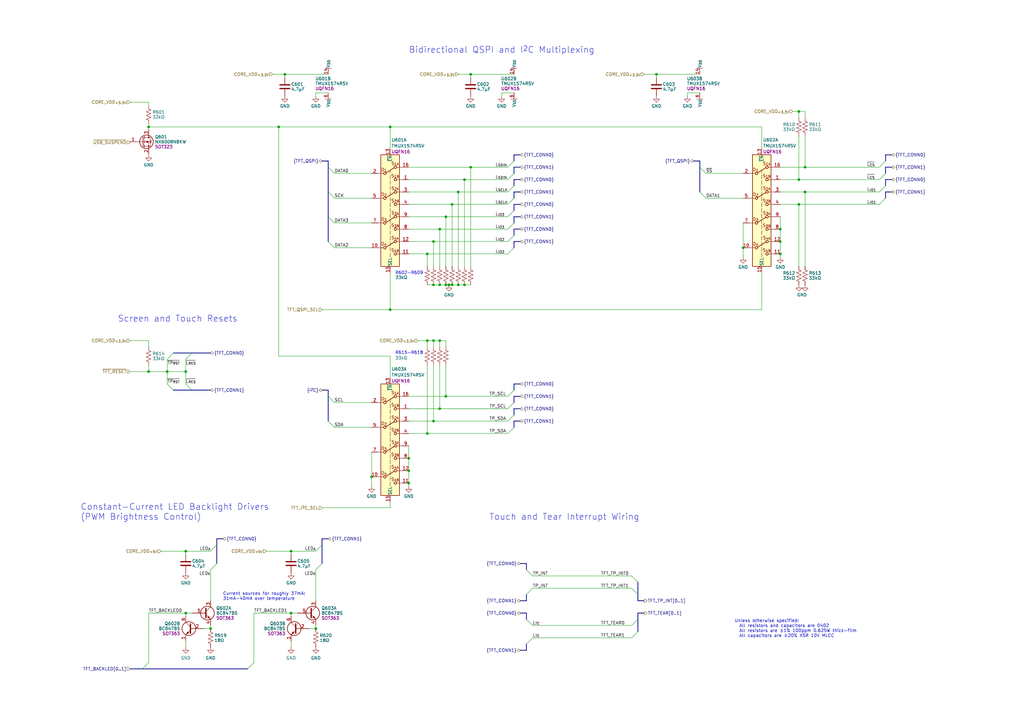
<source format=kicad_sch>
(kicad_sch (version 20230121) (generator eeschema)
  (paper "A3")
  (title_block (title "MSF Owl Clock - TFT Display Driver / Multiplexer Module") (rev "0.1") (company "Pete Restall <pete@restall.net>"))
  (lib_symbols
    (symbol "restall-generic-capacitors:capacitor-unpolarised" (pin_numbers hide) (pin_names (offset 0.254))
      (property "Reference" "C" (at 3.302 2.54 0))
      (property "Value" "capacitor-unpolarised" (at 3.302 0.762 0))
      (symbol "capacitor-unpolarised_0_1"
        (polyline (pts (xy -2.032 -0.762) (xy 2.032 -0.762)) (stroke (width 0.508)))
        (polyline (pts (xy -2.032 0.762) (xy 2.032 0.762)) (stroke (width 0.508)))
      )
      (symbol "capacitor-unpolarised_1_1"
        (pin passive line (at 0 3.81 270) (length 2.794) (name "~") (number "1"))
        (pin passive line (at 0 -3.81 90) (length 2.794) (name "~") (number "2"))
      )
    )
    (symbol "restall-generic-power:GND" (power) (pin_names (offset 0))
      (property "Value" "GND" (at 0 -3.81 0))
      (symbol "GND_0_1"
        (polyline (pts (xy 0 0) (xy 0 -1.27) (xy 1.27 -1.27) (xy 0 -2.54) (xy -1.27 -1.27) (xy 0 -1.27)))
      )
      (symbol "GND_1_1"
        (pin power_in line (at 0 0 270) (length 0) hide (name "GND") (number "1"))
      )
    )
    (symbol "restall-generic-resistors:resistor" (pin_numbers hide) (pin_names (offset 0))
      (property "Reference" "R" (at 1.778 2.032 0))
      (property "Value" "resistor" (at 1.778 0.508 0))
      (symbol "resistor_0_1"
        (polyline (pts (xy 0 -2.286) (xy 0 -2.54)))
        (polyline (pts (xy 0 2.286) (xy 0 2.54)))
        (polyline (pts (xy 0 -0.762) (xy 1.016 -1.143) (xy 0 -1.524) (xy -1.016 -1.905) (xy 0 -2.286)))
        (polyline (pts (xy 0 0.762) (xy 1.016 0.381) (xy 0 0) (xy -1.016 -0.381) (xy 0 -0.762)))
        (polyline (pts (xy 0 2.286) (xy 1.016 1.905) (xy 0 1.524) (xy -1.016 1.143) (xy 0 0.762)))
      )
      (symbol "resistor_1_1"
        (pin passive line (at 0 3.81 270) (length 1.27) (name "~") (number "1"))
        (pin passive line (at 0 -3.81 90) (length 1.27) (name "~") (number "2"))
      )
    )
    (symbol "restall-manufacturer-diodes-inc:BC847BS" (pin_names (offset 0) hide)
      (property "Reference" "Q" (at 5.08 2.032 0))
      (property "Value" "BC847BS" (at 5.08 0 0))
      (property "Package" "SOT363" (at 5.08 -2.032 0))
      (symbol "BC847BS_0_1"
        (polyline (pts (xy 0.635 0.635) (xy 2.54 2.54)))
        (polyline (pts (xy 0.635 -0.635) (xy 2.54 -2.54) (xy 2.54 -2.54)))
        (polyline (pts (xy 0.635 1.905) (xy 0.635 -1.905) (xy 0.635 -1.905)) (stroke (width 0.508)))
        (polyline (pts (xy 1.27 -1.778) (xy 1.778 -1.27) (xy 2.286 -2.286) (xy 1.27 -1.778) (xy 1.27 -1.778)) (fill (type outline)))
        (circle (center 1.27 0) (radius 2.8194) (stroke (width 0.254)))
      )
      (symbol "BC847BS_1_1"
        (pin passive line (at 2.54 5.08 270) (length 2.54) (name "C") (number "3"))
        (pin passive line (at 2.54 -5.08 90) (length 2.54) (name "E") (number "4"))
        (pin input line (at -5.08 0 0) (length 5.715) (name "B") (number "5"))
      )
      (symbol "BC847BS_2_1"
        (pin passive line (at 2.54 -5.08 90) (length 2.54) (name "E") (number "1"))
        (pin input line (at -5.08 0 0) (length 5.715) (name "B") (number "2"))
        (pin passive line (at 2.54 5.08 270) (length 2.54) (name "C") (number "6"))
      )
    )
    (symbol "restall-manufacturer-nexperia:NX6008NBKW" (pin_names (offset 0) hide)
      (property "Reference" "Q" (at 5.08 0.762 0))
      (property "Value" "NX6008NBKW" (at 5.08 -1.27 0))
      (property "Package" "SOT323" (at 5.08 -3.302 0))
      (symbol "NX6008NBKW_0_1"
        (polyline (pts (xy 0.254 0) (xy -2.54 0)))
        (polyline (pts (xy 0.254 1.905) (xy 0.254 -1.905)) (stroke (width 0.254)))
        (polyline (pts (xy 0.762 -1.27) (xy 0.762 -2.286)) (stroke (width 0.254)))
        (polyline (pts (xy 0.762 0.508) (xy 0.762 -0.508)) (stroke (width 0.254)))
        (polyline (pts (xy 0.762 2.286) (xy 0.762 1.27)) (stroke (width 0.254)))
        (polyline (pts (xy 2.54 2.54) (xy 2.54 1.778)))
        (polyline (pts (xy 2.54 -2.54) (xy 2.54 0) (xy 0.762 0)))
        (polyline (pts (xy 0.762 1.778) (xy 3.302 1.778) (xy 3.302 -1.778) (xy 0.762 -1.778)))
        (polyline (pts (xy 1.27 0) (xy 2.286 0.381) (xy 2.286 -0.381) (xy 1.27 0)) (fill (type outline)))
        (polyline (pts (xy 3.302 0.381) (xy 3.683 -0.254) (xy 2.921 -0.254) (xy 3.302 0.381)))
        (polyline (pts (xy 3.81 0.508) (xy 3.683 0.381) (xy 2.921 0.381) (xy 2.794 0.254)))
        (circle (center 1.651 0) (radius 2.794) (stroke (width 0.254)))
        (circle (center 2.54 -1.778) (radius 0.254) (fill (type outline)))
        (circle (center 2.54 1.778) (radius 0.254) (fill (type outline)))
      )
      (symbol "NX6008NBKW_1_1"
        (pin input line (at -5.08 0 0) (length 2.54) (name "G") (number "1"))
        (pin passive line (at 2.54 -5.08 90) (length 2.54) (name "S") (number "2"))
        (pin passive line (at 2.54 5.08 270) (length 2.54) (name "D") (number "3"))
      )
    )
    (symbol "restall-manufacturer-ti:TMUX1574RSV" (pin_names (offset 0.127))
      (property "Reference" "U" (at -15.24 28.194 0))
      (property "Value" "TMUX1574RSV" (at -15.24 26.162 0))
      (property "Package" "UQFN16" (at -15.24 24.13 0))
      (symbol "TMUX1574RSV_1_1"
        (rectangle (start -3.81 22.86) (end 3.81 -22.86) (stroke (width 0.254)) (fill (type background)))
        (circle (center -2.159 -15.24) (radius 0.508) (stroke (width 0.254)))
        (circle (center -2.159 -5.08) (radius 0.508) (stroke (width 0.254)))
        (circle (center -2.159 5.08) (radius 0.508) (stroke (width 0.254)))
        (circle (center -2.159 15.24) (radius 0.508) (stroke (width 0.254)))
        (polyline (pts (xy -5.08 -15.24) (xy -2.794 -15.24)))
        (polyline (pts (xy -5.08 -5.08) (xy -2.794 -5.08)))
        (polyline (pts (xy -5.08 5.08) (xy -2.794 5.08)))
        (polyline (pts (xy -5.08 15.24) (xy -2.794 15.24)))
        (polyline (pts (xy -1.6654 -15.0001) (xy 1.6805 -12.9127)) (stroke (width 0.254)))
        (polyline (pts (xy -1.6654 -4.8401) (xy 1.6805 -2.7527)) (stroke (width 0.254)))
        (polyline (pts (xy -1.6654 5.3199) (xy 1.6805 7.4073)) (stroke (width 0.254)))
        (polyline (pts (xy -1.6654 15.4799) (xy 1.6805 17.5673)) (stroke (width 0.254)))
        (polyline (pts (xy 0 -19.05) (xy 0 16.51)) (stroke (width 0) (type dash)))
        (polyline (pts (xy 5.08 -17.78) (xy 2.794 -17.78)))
        (polyline (pts (xy 5.08 -12.7) (xy 2.794 -12.7)))
        (polyline (pts (xy 5.08 -7.62) (xy 2.794 -7.62)))
        (polyline (pts (xy 5.08 -2.54) (xy 2.794 -2.54)))
        (polyline (pts (xy 5.08 2.54) (xy 2.794 2.54)))
        (polyline (pts (xy 5.08 7.62) (xy 2.794 7.62)))
        (polyline (pts (xy 5.08 12.7) (xy 2.794 12.7)))
        (polyline (pts (xy 5.08 17.78) (xy 2.794 17.78)))
        (circle (center 2.159 -17.78) (radius 0.508) (stroke (width 0.254)))
        (circle (center 2.159 -12.7) (radius 0.508) (stroke (width 0.254)))
        (circle (center 2.159 -7.62) (radius 0.508) (stroke (width 0.254)))
        (circle (center 2.159 -2.54) (radius 0.508) (stroke (width 0.254)))
        (circle (center 2.159 2.54) (radius 0.508) (stroke (width 0.254)))
        (circle (center 2.159 7.62) (radius 0.508) (stroke (width 0.254)))
        (circle (center 2.159 12.7) (radius 0.508) (stroke (width 0.254)))
        (circle (center 2.159 17.78) (radius 0.508) (stroke (width 0.254)))
        (text "D_{1}" (at -2.54 16.764 0) (effects (font (size 1.27 1.27))))
        (text "D_{2}" (at -2.54 6.604 0) (effects (font (size 1.27 1.27))))
        (text "D_{3}" (at -2.54 -3.556 0) (effects (font (size 1.27 1.27))))
        (text "D_{4}" (at -2.54 -13.716 0) (effects (font (size 1.27 1.27))))
        (text "S_{1A}" (at 2.032 19.304 0) (effects (font (size 1.27 1.27))))
        (text "S_{1B}" (at 2.032 14.224 0) (effects (font (size 1.27 1.27))))
        (text "S_{2A}" (at 2.032 9.144 0) (effects (font (size 1.27 1.27))))
        (text "S_{2B}" (at 2.032 4.064 0) (effects (font (size 1.27 1.27))))
        (text "S_{3A}" (at 2.032 -1.016 0) (effects (font (size 1.27 1.27))))
        (text "S_{3B}" (at 2.032 -6.096 0) (effects (font (size 1.27 1.27))))
        (text "S_{4A}" (at 2.032 -11.176 0) (effects (font (size 1.27 1.27))))
        (text "S_{4B}" (at 2.032 -16.256 0) (effects (font (size 1.27 1.27))))
        (pin passive line (at 7.62 12.7 180) (length 2.54) (name "~") (number "1"))
        (pin passive line (at -7.62 -15.24 0) (length 2.54) (name "~") (number "10"))
        (pin passive line (at 7.62 -17.78 180) (length 2.54) (name "~") (number "11"))
        (pin passive line (at 7.62 -12.7 180) (length 2.54) (name "~") (number "12"))
        (pin input line (at 0 25.4 270) (length 2.54) (name "~{EN}") (number "13"))
        (pin input line (at 0 -25.4 90) (length 2.54) (name "SEL") (number "15"))
        (pin passive line (at 7.62 17.78 180) (length 2.54) (name "~") (number "16"))
        (pin passive line (at -7.62 15.24 0) (length 2.54) (name "~") (number "2"))
        (pin passive line (at 7.62 7.62 180) (length 2.54) (name "~") (number "3"))
        (pin passive line (at 7.62 2.54 180) (length 2.54) (name "~") (number "4"))
        (pin passive line (at -7.62 5.08 0) (length 2.54) (name "~") (number "5"))
        (pin passive line (at -7.62 -5.08 0) (length 2.54) (name "~") (number "7"))
        (pin passive line (at 7.62 -7.62 180) (length 2.54) (name "~") (number "8"))
        (pin passive line (at 7.62 -2.54 180) (length 2.54) (name "~") (number "9"))
      )
      (symbol "TMUX1574RSV_2_0"
        (pin power_in line (at 0 3.81 90) (length 2.54) (name "V_{DD}") (number "14"))
        (pin power_in line (at 0 -3.81 270) (length 2.54) (name "V_{SS}") (number "6"))
      )
      (symbol "TMUX1574RSV_2_1"
        (polyline (pts (xy -1.27 -6.35) (xy 1.27 -6.35)) (stroke (width 0.1524)))
        (polyline (pts (xy -1.27 6.35) (xy 1.27 6.35)) (stroke (width 0.1524)))
      )
    )
  )
  (bus_alias "TFT_CONN0" (members "TP_SCL" "TP_SDA" "TP_INT" "~{TP_{RST}}" "LED_{A}" "LED_{K}" "~{L_{RES}}" "L_{SDIN}" "L_{SCLK}" "L_{IO[1..3]}" "~{L_{CS}}" "L_{TE}"))
  (bus_alias "TFT_QSPI" (members "~{SS}" "SCK" "DATA[0..3]"))
  (junction (at 320.04 99.06))
  (junction (at 190.5 73.66))
  (junction (at 330.2 68.58))
  (junction (at 327.66 45.72))
  (junction (at 180.34 139.7))
  (junction (at 68.58 152.4))
  (junction (at 60.96 52.07))
  (junction (at 76.2 251.46))
  (junction (at 60.96 152.4))
  (junction (at 190.5 116.84))
  (junction (at 182.88 88.9))
  (junction (at 184.15 116.84))
  (junction (at 152.4 195.58))
  (junction (at 187.96 78.74))
  (junction (at 76.2 152.4))
  (junction (at 193.04 30.48))
  (junction (at 185.42 116.84))
  (junction (at 182.88 116.84))
  (junction (at 330.2 78.74))
  (junction (at 167.64 193.04))
  (junction (at 327.66 73.66))
  (junction (at 304.8 101.6))
  (junction (at 320.04 104.14))
  (junction (at 116.84 30.48))
  (junction (at 193.04 68.58))
  (junction (at 180.34 167.64))
  (junction (at 175.26 139.7))
  (junction (at 320.04 93.98))
  (junction (at 119.38 226.06))
  (junction (at 177.8 139.7))
  (junction (at 182.88 162.56))
  (junction (at 76.2 226.06))
  (junction (at 177.8 99.06))
  (junction (at 167.64 198.12))
  (junction (at 269.24 30.48))
  (junction (at 160.02 127))
  (junction (at 114.3 52.07))
  (junction (at 129.54 257.81))
  (junction (at 185.42 83.82))
  (junction (at 187.96 116.84))
  (junction (at 167.64 187.96))
  (junction (at 180.34 93.98))
  (junction (at 86.36 257.81))
  (junction (at 177.8 172.72))
  (junction (at 175.26 104.14))
  (junction (at 160.02 52.07))
  (junction (at 180.34 116.84))
  (junction (at 119.38 251.46))
  (junction (at 327.66 83.82))
  (junction (at 175.26 177.8))
  (junction (at 177.8 116.84))
  (bus_entry (at 134.62 78.74) (size 2.54 2.54))
  (bus_entry (at 210.82 175.26) (size -2.54 2.54))
  (bus_entry (at 287.02 78.74) (size 2.54 2.54))
  (bus_entry (at 210.82 86.36) (size -2.54 2.54))
  (bus_entry (at 287.02 68.58) (size 2.54 2.54))
  (bus_entry (at 215.9 233.68) (size 2.54 2.54))
  (bus_entry (at 210.82 101.6) (size -2.54 2.54))
  (bus_entry (at 210.82 81.28) (size -2.54 2.54))
  (bus_entry (at 71.12 160.02) (size -2.54 -2.54))
  (bus_entry (at 210.82 91.44) (size -2.54 2.54))
  (bus_entry (at 134.62 88.9) (size 2.54 2.54))
  (bus_entry (at 259.08 236.22) (size 2.54 2.54))
  (bus_entry (at 58.42 274.32) (size 2.54 -2.54))
  (bus_entry (at 78.74 144.78) (size -2.54 2.54))
  (bus_entry (at 210.82 170.18) (size -2.54 2.54))
  (bus_entry (at 78.74 160.02) (size -2.54 -2.54))
  (bus_entry (at 363.22 81.28) (size -2.54 2.54))
  (bus_entry (at 363.22 66.04) (size -2.54 2.54))
  (bus_entry (at 259.08 241.3) (size 2.54 2.54))
  (bus_entry (at 215.9 254) (size 2.54 2.54))
  (bus_entry (at 215.9 264.16) (size 2.54 -2.54))
  (bus_entry (at 210.82 71.12) (size -2.54 2.54))
  (bus_entry (at 101.6 274.32) (size 2.54 -2.54))
  (bus_entry (at 261.62 254) (size -2.54 2.54))
  (bus_entry (at 363.22 71.12) (size -2.54 2.54))
  (bus_entry (at 215.9 243.84) (size 2.54 -2.54))
  (bus_entry (at 88.9 231.14) (size -2.54 2.54))
  (bus_entry (at 210.82 66.04) (size -2.54 2.54))
  (bus_entry (at 134.62 172.72) (size 2.54 2.54))
  (bus_entry (at 88.9 223.52) (size -2.54 2.54))
  (bus_entry (at 210.82 165.1) (size -2.54 2.54))
  (bus_entry (at 210.82 96.52) (size -2.54 2.54))
  (bus_entry (at 261.62 259.08) (size -2.54 2.54))
  (bus_entry (at 363.22 76.2) (size -2.54 2.54))
  (bus_entry (at 210.82 160.02) (size -2.54 2.54))
  (bus_entry (at 210.82 76.2) (size -2.54 2.54))
  (bus_entry (at 71.12 144.78) (size -2.54 2.54))
  (bus_entry (at 132.08 223.52) (size -2.54 2.54))
  (bus_entry (at 134.62 162.56) (size 2.54 2.54))
  (bus_entry (at 134.62 68.58) (size 2.54 2.54))
  (bus_entry (at 132.08 231.14) (size -2.54 2.54))
  (bus_entry (at 134.62 99.06) (size 2.54 2.54))
  (wire (pts (xy 167.64 93.98) (xy 180.34 93.98)))
  (wire (pts (xy 137.16 81.28) (xy 152.4 81.28)))
  (wire (pts (xy 330.2 78.74) (xy 360.68 78.74)))
  (wire (pts (xy 175.26 149.86) (xy 175.26 177.8)))
  (wire (pts (xy 320.04 68.58) (xy 330.2 68.58)))
  (wire (pts (xy 116.84 30.48) (xy 134.62 30.48)))
  (bus (pts (xy 213.36 266.7) (xy 215.9 266.7)))
  (bus (pts (xy 261.62 254) (xy 261.62 259.08)))
  (bus (pts (xy 132.08 66.04) (xy 134.62 66.04)))
  (bus (pts (xy 210.82 99.06) (xy 210.82 101.6)))
  (wire (pts (xy 205.74 38.1) (xy 210.82 38.1)))
  (wire (pts (xy 320.04 99.06) (xy 320.04 104.14)))
  (bus (pts (xy 365.76 68.58) (xy 363.22 68.58)))
  (wire (pts (xy 127 257.81) (xy 129.54 257.81)))
  (wire (pts (xy 119.38 251.46) (xy 121.92 251.46)))
  (bus (pts (xy 210.82 68.58) (xy 210.82 71.12)))
  (wire (pts (xy 269.24 30.48) (xy 287.02 30.48)))
  (bus (pts (xy 213.36 231.14) (xy 215.9 231.14)))
  (wire (pts (xy 182.88 162.56) (xy 208.28 162.56)))
  (wire (pts (xy 180.34 139.7) (xy 182.88 139.7)))
  (wire (pts (xy 167.64 193.04) (xy 167.64 198.12)))
  (wire (pts (xy 160.02 52.07) (xy 160.02 60.96)))
  (wire (pts (xy 167.64 167.64) (xy 180.34 167.64)))
  (wire (pts (xy 330.2 68.58) (xy 360.68 68.58)))
  (bus (pts (xy 210.82 73.66) (xy 210.82 76.2)))
  (bus (pts (xy 363.22 63.5) (xy 363.22 66.04)))
  (bus (pts (xy 132.08 223.52) (xy 132.08 231.14)))
  (wire (pts (xy 132.08 127) (xy 160.02 127)))
  (wire (pts (xy 76.2 251.46) (xy 78.74 251.46)))
  (bus (pts (xy 215.9 264.16) (xy 215.9 266.7)))
  (wire (pts (xy 152.4 195.58) (xy 152.4 199.39)))
  (bus (pts (xy 213.36 78.74) (xy 210.82 78.74)))
  (wire (pts (xy 160.02 52.07) (xy 312.42 52.07)))
  (wire (pts (xy 175.26 104.14) (xy 175.26 109.22)))
  (wire (pts (xy 86.36 257.81) (xy 86.36 256.54)))
  (bus (pts (xy 53.34 274.32) (xy 58.42 274.32)))
  (wire (pts (xy 167.64 172.72) (xy 177.8 172.72)))
  (bus (pts (xy 213.36 99.06) (xy 210.82 99.06)))
  (bus (pts (xy 78.74 160.02) (xy 86.36 160.02)))
  (wire (pts (xy 281.94 39.37) (xy 281.94 38.1)))
  (wire (pts (xy 187.96 30.48) (xy 193.04 30.48)))
  (wire (pts (xy 320.04 83.82) (xy 327.66 83.82)))
  (wire (pts (xy 119.38 226.06) (xy 129.54 226.06)))
  (wire (pts (xy 60.96 41.91) (xy 53.34 41.91)))
  (wire (pts (xy 180.34 139.7) (xy 180.34 142.24)))
  (wire (pts (xy 167.64 182.88) (xy 167.64 187.96)))
  (bus (pts (xy 363.22 73.66) (xy 363.22 76.2)))
  (wire (pts (xy 167.64 78.74) (xy 187.96 78.74)))
  (wire (pts (xy 76.2 226.06) (xy 86.36 226.06)))
  (wire (pts (xy 160.02 111.76) (xy 160.02 127)))
  (wire (pts (xy 177.8 99.06) (xy 208.28 99.06)))
  (wire (pts (xy 167.64 177.8) (xy 175.26 177.8)))
  (bus (pts (xy 210.82 172.72) (xy 210.82 175.26)))
  (wire (pts (xy 184.15 116.84) (xy 185.42 116.84)))
  (bus (pts (xy 210.82 157.48) (xy 210.82 160.02)))
  (bus (pts (xy 287.02 66.04) (xy 287.02 68.58)))
  (bus (pts (xy 215.9 243.84) (xy 215.9 246.38)))
  (wire (pts (xy 114.3 52.07) (xy 114.3 146.05)))
  (wire (pts (xy 167.64 73.66) (xy 190.5 73.66)))
  (wire (pts (xy 180.34 167.64) (xy 208.28 167.64)))
  (wire (pts (xy 184.15 116.84) (xy 182.88 116.84)))
  (bus (pts (xy 213.36 88.9) (xy 210.82 88.9)))
  (wire (pts (xy 193.04 68.58) (xy 193.04 109.22)))
  (wire (pts (xy 175.26 177.8) (xy 208.28 177.8)))
  (bus (pts (xy 213.36 93.98) (xy 210.82 93.98)))
  (wire (pts (xy 119.38 226.06) (xy 119.38 227.33)))
  (wire (pts (xy 60.96 52.07) (xy 60.96 53.086)))
  (wire (pts (xy 330.2 55.88) (xy 330.2 68.58)))
  (bus (pts (xy 213.36 246.38) (xy 215.9 246.38)))
  (wire (pts (xy 167.64 83.82) (xy 185.42 83.82)))
  (bus (pts (xy 132.08 220.98) (xy 132.08 223.52)))
  (wire (pts (xy 68.58 147.32) (xy 68.58 152.4)))
  (bus (pts (xy 284.48 66.04) (xy 287.02 66.04)))
  (wire (pts (xy 152.4 185.42) (xy 152.4 195.58)))
  (wire (pts (xy 129.54 38.1) (xy 134.62 38.1)))
  (wire (pts (xy 83.82 257.81) (xy 86.36 257.81)))
  (wire (pts (xy 327.66 83.82) (xy 360.68 83.82)))
  (wire (pts (xy 114.3 52.07) (xy 160.02 52.07)))
  (wire (pts (xy 137.16 165.1) (xy 152.4 165.1)))
  (bus (pts (xy 78.74 144.78) (xy 86.36 144.78)))
  (wire (pts (xy 185.42 83.82) (xy 208.28 83.82)))
  (bus (pts (xy 132.08 160.02) (xy 134.62 160.02)))
  (wire (pts (xy 320.04 73.66) (xy 327.66 73.66)))
  (wire (pts (xy 182.88 88.9) (xy 208.28 88.9)))
  (wire (pts (xy 66.04 226.06) (xy 76.2 226.06)))
  (bus (pts (xy 261.62 243.84) (xy 261.62 238.76)))
  (wire (pts (xy 132.08 208.28) (xy 160.02 208.28)))
  (wire (pts (xy 53.34 139.7) (xy 60.96 139.7)))
  (wire (pts (xy 304.8 101.6) (xy 304.8 105.41)))
  (wire (pts (xy 60.96 149.86) (xy 60.96 152.4)))
  (wire (pts (xy 167.64 88.9) (xy 182.88 88.9)))
  (wire (pts (xy 177.8 116.84) (xy 175.26 116.84)))
  (wire (pts (xy 104.14 271.78) (xy 104.14 251.46)))
  (bus (pts (xy 365.76 78.74) (xy 363.22 78.74)))
  (bus (pts (xy 215.9 251.46) (xy 215.9 254)))
  (wire (pts (xy 320.04 105.41) (xy 320.04 104.14)))
  (bus (pts (xy 91.44 220.98) (xy 88.9 220.98)))
  (wire (pts (xy 129.54 233.68) (xy 129.54 246.38)))
  (wire (pts (xy 76.2 251.46) (xy 76.2 252.73)))
  (wire (pts (xy 180.34 149.86) (xy 180.34 167.64)))
  (wire (pts (xy 160.02 154.94) (xy 160.02 146.05)))
  (bus (pts (xy 213.36 83.82) (xy 210.82 83.82)))
  (bus (pts (xy 261.62 246.38) (xy 261.62 243.84)))
  (bus (pts (xy 213.36 73.66) (xy 210.82 73.66)))
  (wire (pts (xy 330.2 78.74) (xy 330.2 109.22)))
  (wire (pts (xy 193.04 30.48) (xy 210.82 30.48)))
  (bus (pts (xy 213.36 63.5) (xy 210.82 63.5)))
  (wire (pts (xy 167.64 68.58) (xy 193.04 68.58)))
  (bus (pts (xy 71.12 160.02) (xy 78.74 160.02)))
  (bus (pts (xy 261.62 251.46) (xy 264.16 251.46)))
  (wire (pts (xy 177.8 99.06) (xy 177.8 109.22)))
  (wire (pts (xy 137.16 101.6) (xy 152.4 101.6)))
  (wire (pts (xy 137.16 71.12) (xy 152.4 71.12)))
  (bus (pts (xy 213.36 167.64) (xy 210.82 167.64)))
  (bus (pts (xy 210.82 78.74) (xy 210.82 81.28)))
  (wire (pts (xy 60.96 52.07) (xy 114.3 52.07)))
  (wire (pts (xy 269.24 31.75) (xy 269.24 30.48)))
  (wire (pts (xy 119.38 251.46) (xy 119.38 252.73)))
  (wire (pts (xy 180.34 93.98) (xy 180.34 109.22)))
  (wire (pts (xy 325.12 45.72) (xy 327.66 45.72)))
  (wire (pts (xy 187.96 116.84) (xy 190.5 116.84)))
  (wire (pts (xy 330.2 45.72) (xy 330.2 48.26)))
  (bus (pts (xy 365.76 73.66) (xy 363.22 73.66)))
  (wire (pts (xy 129.54 39.37) (xy 129.54 38.1)))
  (wire (pts (xy 312.42 52.07) (xy 312.42 60.96)))
  (bus (pts (xy 210.82 83.82) (xy 210.82 86.36)))
  (wire (pts (xy 60.96 251.46) (xy 76.2 251.46)))
  (wire (pts (xy 289.56 71.12) (xy 304.8 71.12)))
  (wire (pts (xy 190.5 116.84) (xy 193.04 116.84)))
  (wire (pts (xy 218.44 241.3) (xy 259.08 241.3)))
  (bus (pts (xy 134.62 66.04) (xy 134.62 68.58)))
  (wire (pts (xy 167.64 162.56) (xy 182.88 162.56)))
  (wire (pts (xy 320.04 78.74) (xy 330.2 78.74)))
  (bus (pts (xy 213.36 251.46) (xy 215.9 251.46)))
  (wire (pts (xy 160.02 208.28) (xy 160.02 205.74)))
  (wire (pts (xy 180.34 116.84) (xy 177.8 116.84)))
  (wire (pts (xy 177.8 139.7) (xy 180.34 139.7)))
  (bus (pts (xy 213.36 157.48) (xy 210.82 157.48)))
  (bus (pts (xy 210.82 167.64) (xy 210.82 170.18)))
  (bus (pts (xy 210.82 88.9) (xy 210.82 91.44)))
  (wire (pts (xy 129.54 257.81) (xy 129.54 256.54)))
  (wire (pts (xy 53.34 152.4) (xy 60.96 152.4)))
  (bus (pts (xy 134.62 162.56) (xy 134.62 172.72)))
  (wire (pts (xy 185.42 83.82) (xy 185.42 109.22)))
  (wire (pts (xy 218.44 236.22) (xy 259.08 236.22)))
  (wire (pts (xy 177.8 149.86) (xy 177.8 172.72)))
  (wire (pts (xy 320.04 93.98) (xy 320.04 88.9)))
  (wire (pts (xy 167.64 99.06) (xy 177.8 99.06)))
  (wire (pts (xy 193.04 31.75) (xy 193.04 30.48)))
  (wire (pts (xy 171.45 139.7) (xy 175.26 139.7)))
  (bus (pts (xy 365.76 63.5) (xy 363.22 63.5)))
  (bus (pts (xy 213.36 68.58) (xy 210.82 68.58)))
  (wire (pts (xy 160.02 127) (xy 312.42 127)))
  (wire (pts (xy 264.16 30.48) (xy 269.24 30.48)))
  (bus (pts (xy 88.9 220.98) (xy 88.9 223.52)))
  (wire (pts (xy 119.38 262.89) (xy 119.38 265.43)))
  (bus (pts (xy 287.02 68.58) (xy 287.02 78.74)))
  (bus (pts (xy 134.62 78.74) (xy 134.62 88.9)))
  (wire (pts (xy 167.64 187.96) (xy 167.64 193.04)))
  (wire (pts (xy 185.42 116.84) (xy 187.96 116.84)))
  (bus (pts (xy 134.62 68.58) (xy 134.62 78.74)))
  (wire (pts (xy 187.96 78.74) (xy 187.96 109.22)))
  (wire (pts (xy 167.64 199.39) (xy 167.64 198.12)))
  (wire (pts (xy 86.36 233.68) (xy 86.36 246.38)))
  (wire (pts (xy 175.26 104.14) (xy 208.28 104.14)))
  (wire (pts (xy 312.42 127) (xy 312.42 111.76)))
  (wire (pts (xy 190.5 73.66) (xy 190.5 109.22)))
  (wire (pts (xy 177.8 139.7) (xy 177.8 142.24)))
  (wire (pts (xy 193.04 68.58) (xy 208.28 68.58)))
  (wire (pts (xy 137.16 175.26) (xy 152.4 175.26)))
  (wire (pts (xy 76.2 226.06) (xy 76.2 227.33)))
  (wire (pts (xy 60.96 63.246) (xy 60.96 63.5)))
  (bus (pts (xy 88.9 223.52) (xy 88.9 231.14)))
  (wire (pts (xy 60.96 152.4) (xy 68.58 152.4)))
  (wire (pts (xy 327.66 73.66) (xy 360.68 73.66)))
  (wire (pts (xy 53.34 58.166) (xy 53.34 58.42)))
  (bus (pts (xy 134.62 160.02) (xy 134.62 162.56)))
  (wire (pts (xy 182.88 116.84) (xy 180.34 116.84)))
  (wire (pts (xy 182.88 142.24) (xy 182.88 139.7)))
  (wire (pts (xy 76.2 147.32) (xy 76.2 152.4)))
  (bus (pts (xy 215.9 231.14) (xy 215.9 233.68)))
  (wire (pts (xy 175.26 139.7) (xy 175.26 142.24)))
  (wire (pts (xy 187.96 78.74) (xy 208.28 78.74)))
  (wire (pts (xy 327.66 55.88) (xy 327.66 73.66)))
  (bus (pts (xy 134.62 220.98) (xy 132.08 220.98)))
  (bus (pts (xy 210.82 93.98) (xy 210.82 96.52)))
  (wire (pts (xy 68.58 152.4) (xy 68.58 157.48)))
  (bus (pts (xy 71.12 144.78) (xy 78.74 144.78)))
  (wire (pts (xy 327.66 45.72) (xy 327.66 48.26)))
  (wire (pts (xy 116.84 31.75) (xy 116.84 30.48)))
  (wire (pts (xy 114.3 146.05) (xy 160.02 146.05)))
  (wire (pts (xy 180.34 93.98) (xy 208.28 93.98)))
  (bus (pts (xy 363.22 68.58) (xy 363.22 71.12)))
  (wire (pts (xy 205.74 39.37) (xy 205.74 38.1)))
  (wire (pts (xy 76.2 262.89) (xy 76.2 265.43)))
  (wire (pts (xy 327.66 83.82) (xy 327.66 109.22)))
  (wire (pts (xy 218.44 261.62) (xy 259.08 261.62)))
  (wire (pts (xy 177.8 172.72) (xy 208.28 172.72)))
  (wire (pts (xy 182.88 88.9) (xy 182.88 109.22)))
  (wire (pts (xy 137.16 91.44) (xy 152.4 91.44)))
  (wire (pts (xy 60.96 43.18) (xy 60.96 41.91)))
  (bus (pts (xy 210.82 162.56) (xy 210.82 165.1)))
  (wire (pts (xy 182.88 149.86) (xy 182.88 162.56)))
  (wire (pts (xy 320.04 99.06) (xy 320.04 93.98)))
  (bus (pts (xy 134.62 88.9) (xy 134.62 99.06)))
  (wire (pts (xy 68.58 152.4) (xy 76.2 152.4)))
  (wire (pts (xy 281.94 38.1) (xy 287.02 38.1)))
  (bus (pts (xy 213.36 172.72) (xy 210.82 172.72)))
  (bus (pts (xy 363.22 78.74) (xy 363.22 81.28)))
  (bus (pts (xy 261.62 246.38) (xy 264.16 246.38)))
  (wire (pts (xy 109.22 226.06) (xy 119.38 226.06)))
  (wire (pts (xy 289.56 81.28) (xy 304.8 81.28)))
  (bus (pts (xy 213.36 162.56) (xy 210.82 162.56)))
  (bus (pts (xy 261.62 251.46) (xy 261.62 254)))
  (wire (pts (xy 327.66 45.72) (xy 330.2 45.72)))
  (wire (pts (xy 60.96 50.8) (xy 60.96 52.07)))
  (bus (pts (xy 58.42 274.32) (xy 101.6 274.32)))
  (wire (pts (xy 167.64 104.14) (xy 175.26 104.14)))
  (wire (pts (xy 175.26 139.7) (xy 177.8 139.7)))
  (wire (pts (xy 190.5 73.66) (xy 208.28 73.66)))
  (wire (pts (xy 111.76 30.48) (xy 116.84 30.48)))
  (wire (pts (xy 304.8 91.44) (xy 304.8 101.6)))
  (wire (pts (xy 104.14 251.46) (xy 119.38 251.46)))
  (wire (pts (xy 76.2 152.4) (xy 76.2 157.48)))
  (wire (pts (xy 218.44 256.54) (xy 259.08 256.54)))
  (wire (pts (xy 60.96 139.7) (xy 60.96 142.24)))
  (wire (pts (xy 60.96 251.46) (xy 60.96 271.78)))
  (bus (pts (xy 210.82 63.5) (xy 210.82 66.04)))
  (text "Screen and Touch Resets" (at 48.26 132.334 0) (effects (font (size 2.54 2.54)) (justify left bottom)))
  (text "R615-R618" (at 162.052 145.542 0) (effects (font (size 1.27 1.27)) (justify left bottom)))
  (text "R602-R609" (at 162.052 112.776 0) (effects (font (size 1.27 1.27)) (justify left bottom)))
  (text "Constant-Current LED Backlight Drivers\n(PWM Brightness Control)" (at 33.02 213.614 0) (effects (font (size 2.54 2.54)) (justify left bottom)))
  (text "Current sources for roughly 37mA;\n31mA-40mA over temperature" (at 91.44 246.38 0) (effects (font (size 1.27 1.27)) (justify left bottom)))
  (text "Bidirectional QSPI and I^{2}C Multiplexing" (at 167.64 22.098 0) (effects (font (size 2.54 2.54)) (justify left bottom)))
  (text "Touch and Tear Interrupt Wiring" (at 200.66 213.614 0) (effects (font (size 2.54 2.54)) (justify left bottom)))
  (text "Unless otherwise specified:\n  All resistors and capacitors are 0402\n  All resistors are ±1% 100ppm 0.625W thick-film\n  All capacitors are ±20% X5R 10V MLCC " (at 301.244 261.62 0) (effects (font (size 1.27 1.27)) (justify left bottom)))
  (label "TFT_TP_INT0" (at 246.38 236.22 0))
  (label "L_{IO3}" (at 203.2 93.98 0))
  (label "TP_SDA" (at 200.66 177.8 0))
  (label "~{L_{RES}}" (at 76.2 149.86 0))
  (label "L_{SCLK}" (at 203.2 83.82 0))
  (label "L_{IO1}" (at 355.6 83.82 0))
  (label "L_{SDIN}" (at 203.2 68.58 0))
  (label "TFT_TP_INT1" (at 246.38 241.3 0))
  (label "SDA" (at 137.16 175.26 0))
  (label "L_{IO2}" (at 203.2 99.06 0))
  (label "LED_{A}" (at 86.36 226.06 180))
  (label "LED_{K}" (at 86.36 236.22 180))
  (label "DATA3" (at 137.16 91.44 0))
  (label "L_{IO1}" (at 355.6 78.74 0))
  (label "DATA0" (at 137.16 71.12 0))
  (label "TP_INT" (at 218.44 236.22 0))
  (label "TP_SCL" (at 200.66 167.64 0))
  (label "DATA2" (at 137.16 101.6 0))
  (label "TFT_BACKLED0" (at 60.96 251.46 0))
  (label "TP_SCL" (at 200.66 162.56 0))
  (label "L_{SCLK}" (at 203.2 78.74 0))
  (label "DATA1" (at 289.56 81.28 0))
  (label "~{L_{CS}}" (at 355.6 68.58 0))
  (label "~{L_{RES}}" (at 76.2 157.48 0))
  (label "~{TP_{RST}}" (at 68.58 157.48 0))
  (label "~{SS}" (at 289.56 71.12 0))
  (label "~{L_{CS}}" (at 355.6 73.66 0))
  (label "~{TP_{RST}}" (at 68.58 149.86 0))
  (label "TFT_TEAR1" (at 246.38 261.62 0))
  (label "L_{IO3}" (at 203.2 88.9 0))
  (label "LED_{A}" (at 129.54 226.06 180))
  (label "L_{TE}" (at 218.44 261.62 0))
  (label "TP_SDA" (at 200.66 172.72 0))
  (label "SCL" (at 137.16 165.1 0))
  (label "TP_INT" (at 218.44 241.3 0))
  (label "TFT_TEAR0" (at 246.38 256.54 0))
  (label "TFT_BACKLED1" (at 104.14 251.46 0))
  (label "LED_{K}" (at 129.54 236.22 180))
  (label "L_{IO2}" (at 203.2 104.14 0))
  (label "L_{TE}" (at 218.44 256.54 0))
  (label "L_{SDIN}" (at 203.2 73.66 0))
  (label "SCK" (at 137.16 81.28 0))
  (hierarchical_label "{TFT_CONN0}" (shape bidirectional) (at 213.36 231.14 180))
  (hierarchical_label "{TFT_CONN0}" (shape bidirectional) (at 91.44 220.98 0))
  (hierarchical_label "CORE_VDD_{+5V}" (shape input) (at 109.22 226.06 180))
  (hierarchical_label "{TFT_CONN0}" (shape bidirectional) (at 213.36 157.48 0))
  (hierarchical_label "{TFT_CONN1}" (shape bidirectional) (at 213.36 99.06 0))
  (hierarchical_label "{TFT_CONN0}" (shape bidirectional) (at 365.76 73.66 0))
  (hierarchical_label "{TFT_CONN1}" (shape bidirectional) (at 213.36 172.72 0))
  (hierarchical_label "{TFT_CONN0}" (shape bidirectional) (at 86.36 144.78 0))
  (hierarchical_label "{TFT_CONN0}" (shape bidirectional) (at 213.36 251.46 180))
  (hierarchical_label "{TFT_CONN0}" (shape bidirectional) (at 213.36 93.98 0))
  (hierarchical_label "{TFT_CONN0}" (shape bidirectional) (at 365.76 63.5 0))
  (hierarchical_label "CORE_VDD_{+3.3V}" (shape input) (at 171.45 139.7 180))
  (hierarchical_label "{TFT_CONN1}" (shape bidirectional) (at 365.76 78.74 0))
  (hierarchical_label "{TFT_CONN0}" (shape bidirectional) (at 213.36 167.64 0))
  (hierarchical_label "CORE_VDD_{+3.3V}" (shape input) (at 53.34 139.7 180))
  (hierarchical_label "~{TFT_RESET}" (shape input) (at 53.34 152.4 180))
  (hierarchical_label "CORE_VDD_{+3.3V}" (shape input) (at 264.16 30.48 180))
  (hierarchical_label "{TFT_CONN1}" (shape bidirectional) (at 213.36 68.58 0))
  (hierarchical_label "CORE_VDD_{+5V}" (shape input) (at 66.04 226.06 180))
  (hierarchical_label "CORE_VDD_{+3.3V}" (shape input) (at 187.96 30.48 180))
  (hierarchical_label "TFT_TP_INT[0..1]" (shape output) (at 264.16 246.38 0))
  (hierarchical_label "{TFT_CONN1}" (shape bidirectional) (at 365.76 68.58 0))
  (hierarchical_label "{TFT_QSPI}" (shape bidirectional) (at 284.48 66.04 180))
  (hierarchical_label "{TFT_CONN1}" (shape bidirectional) (at 86.36 160.02 0))
  (hierarchical_label "{TFT_CONN1}" (shape bidirectional) (at 213.36 88.9 0))
  (hierarchical_label "~{USB_SUSPEND}" (shape input) (at 53.34 58.42 180))
  (hierarchical_label "TFT_BACKLED[0..1]" (shape input) (at 53.34 274.32 180))
  (hierarchical_label "{TFT_CONN0}" (shape bidirectional) (at 213.36 73.66 0))
  (hierarchical_label "CORE_VDD_{+3.3V}" (shape input) (at 53.34 41.91 180))
  (hierarchical_label "CORE_VDD_{+3.3V}" (shape input) (at 111.76 30.48 180))
  (hierarchical_label "{TFT_CONN1}" (shape bidirectional) (at 134.62 220.98 0))
  (hierarchical_label "{TFT_CONN0}" (shape bidirectional) (at 213.36 83.82 0))
  (hierarchical_label "{TFT_CONN0}" (shape bidirectional) (at 213.36 63.5 0))
  (hierarchical_label "{TFT_CONN1}" (shape bidirectional) (at 213.36 246.38 180))
  (hierarchical_label "TFT_TEAR[0..1]" (shape output) (at 264.16 251.46 0))
  (hierarchical_label "{TFT_CONN1}" (shape bidirectional) (at 213.36 266.7 180))
  (hierarchical_label "CORE_VDD_{+3.3V}" (shape input) (at 325.12 45.72 180))
  (hierarchical_label "{I^{2}C}" (shape bidirectional) (at 132.08 160.02 180))
  (hierarchical_label "TFT_I^{2}C_SEL" (shape input) (at 132.08 208.28 180))
  (hierarchical_label "{TFT_CONN1}" (shape bidirectional) (at 213.36 162.56 0))
  (hierarchical_label "TFT_QSPI_SEL" (shape input) (at 132.08 127 180))
  (hierarchical_label "{TFT_QSPI}" (shape bidirectional) (at 132.08 66.04 180))
  (hierarchical_label "{TFT_CONN1}" (shape bidirectional) (at 213.36 78.74 0))
  (symbol (lib_id "restall-generic-power:GND") (at 60.96 63.5 0) (unit 1)
    (property "Reference" "#PWR0200" (effects hide))
    (property "Value" "GND" (at 60.96 67.6331 0))
  )
  (symbol (lib_id "restall-manufacturer-ti:TMUX1574RSV") (at 160.02 180.34 0) (unit 1)
    (property "Reference" "U603" (at 160.528 151.3616 0) (effects (justify left)))
    (property "Value" "TMUX1574RSV" (at 160.528 153.7858 0) (effects (justify left)))
    (property "Footprint" "restall-manufacturer-ti:UQFN16-1.8x2.6mm-0.4mm" (effects hide))
    (property "Datasheet" "https://www.ti.com/lit/ds/symlink/tmux1574.pdf" (effects hide))
    (property "Package" "UQFN16" (at 160.528 156.21 0) (effects (justify left)))
    (property "Manufacturer" "Texas Instruments" (effects hide))
    (property "ManufacturerPartNumber" "TMUX1574RSVR" (effects hide))
  )
  (symbol (lib_id "restall-generic-power:GND") (at 152.4 199.39 0) (unit 1)
    (property "Reference" "#PWR0220" (effects hide))
    (property "Value" "GND" (at 152.4 203.5231 0))
  )
  (symbol (lib_id "restall-generic-power:GND") (at 119.38 265.43 0) (unit 1)
    (property "Reference" "#PWR0208" (effects hide))
    (property "Value" "GND" (at 119.38 269.8734 0))
  )
  (symbol (lib_id "restall-generic-power:GND") (at 269.24 39.37 0) (unit 1)
    (property "Reference" "#PWR0215" (effects hide))
    (property "Value" "GND" (at 269.24 43.5031 0))
  )
  (symbol (lib_id "restall-generic-resistors:resistor") (at 185.42 113.03 0) (unit 1)
    (property "Reference" "R606" (effects hide))
    (property "Value" "33kΩ" (effects hide))
    (property "Footprint" "restall-generic-resistors:nominal-0402-1005" (effects hide))
    (property "Label" "33kΩ±1% 0.0625W" (effects hide))
    (property "Tolerance" "±1%" (effects hide))
    (property "PowerRating" "0.0625W" (effects hide))
    (property "TemperatureCoefficient" "±100ppm" (effects hide))
    (property "Construction" "Thick Film" (effects hide))
    (property "Package" "0402" (effects hide))
  )
  (symbol (lib_id "restall-generic-power:GND") (at 320.04 105.41 0) (unit 1)
    (property "Reference" "#PWR0217" (effects hide))
    (property "Value" "GND" (at 320.04 109.5431 0))
  )
  (symbol (lib_id "restall-generic-resistors:resistor") (at 327.66 113.03 0) (unit 1)
    (property "Reference" "R612" (at 321.056 112.014 0) (effects (justify left)))
    (property "Value" "33kΩ" (at 321.056 114.046 0) (effects (justify left)))
    (property "Footprint" "restall-generic-resistors:nominal-0402-1005" (effects hide))
    (property "Label" "33kΩ±1% 0.0625W" (effects hide))
    (property "Tolerance" "±1%" (effects hide))
    (property "PowerRating" "0.0625W" (effects hide))
    (property "TemperatureCoefficient" "±100ppm" (effects hide))
    (property "Construction" "Thick Film" (effects hide))
    (property "Package" "0402" (effects hide))
  )
  (symbol (lib_id "restall-generic-power:GND") (at 193.04 39.37 0) (unit 1)
    (property "Reference" "#PWR0204" (effects hide))
    (property "Value" "GND" (at 193.04 43.5031 0))
  )
  (symbol (lib_id "restall-generic-capacitors:capacitor-unpolarised") (at 76.2 231.14 0) (unit 1)
    (property "Reference" "C604" (at 78.74 230.124 0) (effects (justify left)))
    (property "Value" "4.7μF" (at 78.74 232.156 0) (effects (justify left)))
    (property "Footprint" "restall-generic-capacitors:unpolarised-nominal-0402-1005" (effects hide))
    (property "Label" "4.7μF±20% 10V X5R" (effects hide))
    (property "Tolerance" "±20%" (effects hide))
    (property "VoltageRating" "10V" (effects hide))
    (property "TemperatureCoefficient" "X5R" (effects hide))
    (property "Dielectric" "MLCC" (effects hide))
    (property "Package" "0402" (effects hide))
    (property "Manufacturer" "Samsung" (effects hide))
  )
  (symbol (lib_id "restall-manufacturer-diodes-inc:BC847BS") (at 83.82 251.46 0) (unit 1)
    (property "Reference" "Q602" (at 88.646 249.428 0) (effects (justify left)))
    (property "Value" "BC847BS" (at 88.646 251.46 0) (effects (justify left)))
    (property "Footprint" "restall-manufacturer-diodes-inc:SOT363" (effects hide))
    (property "Datasheet" "https://www.diodes.com/assets/Datasheets/ds30222.pdf" (effects hide))
    (property "Manufacturer" "Diodes Incorporated" (effects hide))
    (property "ManufacturerPartNumber" "BC847BS-7-F" (effects hide))
    (property "Package" "SOT363" (at 88.646 253.492 0) (effects (justify left)))
  )
  (symbol (lib_id "restall-generic-resistors:resistor") (at 60.96 46.99 0) (unit 1)
    (property "Reference" "R601" (at 62.484 45.974 0) (effects (justify left)))
    (property "Value" "33kΩ" (at 62.484 48.006 0) (effects (justify left)))
    (property "Footprint" "restall-generic-resistors:nominal-0402-1005" (effects hide))
    (property "Label" "33kΩ±1% 0.0625W" (effects hide))
    (property "Tolerance" "±1%" (effects hide))
    (property "PowerRating" "0.0625W" (effects hide))
    (property "TemperatureCoefficient" "±100ppm" (effects hide))
    (property "Construction" "Thick Film" (effects hide))
    (property "Package" "0402" (effects hide))
  )
  (symbol (lib_id "restall-generic-power:GND") (at 304.8 105.41 0) (unit 1)
    (property "Reference" "#PWR0219" (effects hide))
    (property "Value" "GND" (at 304.8 109.5431 0))
  )
  (symbol (lib_id "restall-generic-power:GND") (at 129.54 39.37 0) (unit 1)
    (property "Reference" "#PWR0203" (effects hide))
    (property "Value" "GND" (at 129.54 43.5031 0))
  )
  (symbol (lib_id "restall-manufacturer-diodes-inc:BC847BS") (at 127 251.46 0) (unit 1)
    (property "Reference" "Q603" (at 131.826 249.428 0) (effects (justify left)))
    (property "Value" "BC847BS" (at 131.826 251.46 0) (effects (justify left)))
    (property "Footprint" "restall-manufacturer-diodes-inc:SOT363" (effects hide))
    (property "Datasheet" "https://www.diodes.com/assets/Datasheets/ds30222.pdf" (effects hide))
    (property "Manufacturer" "Diodes Incorporated" (effects hide))
    (property "ManufacturerPartNumber" "BC847BS-7-F" (effects hide))
    (property "Package" "SOT363" (at 131.826 253.492 0) (effects (justify left)))
  )
  (symbol (lib_id "restall-generic-capacitors:capacitor-unpolarised") (at 193.04 35.56 0) (unit 1)
    (property "Reference" "C602" (at 195.58 34.544 0) (effects (justify left)))
    (property "Value" "4.7μF" (at 195.58 36.576 0) (effects (justify left)))
    (property "Footprint" "restall-generic-capacitors:unpolarised-nominal-0402-1005" (effects hide))
    (property "Label" "4.7μF±20% 10V X5R" (effects hide))
    (property "Tolerance" "±20%" (effects hide))
    (property "VoltageRating" "10V" (effects hide))
    (property "TemperatureCoefficient" "X5R" (effects hide))
    (property "Dielectric" "MLCC" (effects hide))
    (property "Package" "0402" (effects hide))
    (property "Manufacturer" "Samsung" (effects hide))
  )
  (symbol (lib_id "restall-generic-power:GND") (at 76.2 234.95 0) (unit 1)
    (property "Reference" "#PWR0210" (effects hide))
    (property "Value" "GND" (at 76.2 239.0831 0))
  )
  (symbol (lib_id "restall-generic-power:GND") (at 330.2 116.84 0) (unit 1)
    (property "Reference" "#PWR0214" (effects hide))
    (property "Value" "GND" (effects hide))
  )
  (symbol (lib_id "restall-generic-capacitors:capacitor-unpolarised") (at 116.84 35.56 0) (unit 1)
    (property "Reference" "C601" (at 119.38 34.544 0) (effects (justify left)))
    (property "Value" "4.7μF" (at 119.38 36.576 0) (effects (justify left)))
    (property "Footprint" "restall-generic-capacitors:unpolarised-nominal-0402-1005" (effects hide))
    (property "Label" "4.7μF±20% 10V X5R" (effects hide))
    (property "Tolerance" "±20%" (effects hide))
    (property "VoltageRating" "10V" (effects hide))
    (property "TemperatureCoefficient" "X5R" (effects hide))
    (property "Dielectric" "MLCC" (effects hide))
    (property "Package" "0402" (effects hide))
    (property "Manufacturer" "Samsung" (effects hide))
  )
  (symbol (lib_id "restall-generic-resistors:resistor") (at 177.8 113.03 0) (unit 1)
    (property "Reference" "R603" (effects hide))
    (property "Value" "33kΩ" (effects hide))
    (property "Footprint" "restall-generic-resistors:nominal-0402-1005" (effects hide))
    (property "Label" "33kΩ±1% 0.0625W" (effects hide))
    (property "Tolerance" "±1%" (effects hide))
    (property "PowerRating" "0.0625W" (effects hide))
    (property "TemperatureCoefficient" "±100ppm" (effects hide))
    (property "Construction" "Thick Film" (effects hide))
    (property "Package" "0402" (effects hide))
  )
  (symbol (lib_id "restall-generic-resistors:resistor") (at 180.34 113.03 0) (unit 1)
    (property "Reference" "R604" (effects hide))
    (property "Value" "33kΩ" (effects hide))
    (property "Footprint" "restall-generic-resistors:nominal-0402-1005" (effects hide))
    (property "Label" "33kΩ±1% 0.0625W" (effects hide))
    (property "Tolerance" "±1%" (effects hide))
    (property "PowerRating" "0.0625W" (effects hide))
    (property "TemperatureCoefficient" "±100ppm" (effects hide))
    (property "Construction" "Thick Film" (effects hide))
    (property "Package" "0402" (effects hide))
  )
  (symbol (lib_id "restall-manufacturer-nexperia:NX6008NBKW") (at 58.42 58.166 0) (unit 1)
    (property "Reference" "Q601" (at 63.5 56.134 0) (effects (justify left)))
    (property "Value" "NX6008NBKW" (at 63.5 58.166 0) (effects (justify left)))
    (property "Footprint" "restall-generic-sot:SOT323" (effects hide))
    (property "Datasheet" "https://assets.nexperia.com/documents/data-sheet/NX6008NBKW.pdf" (effects hide))
    (property "Package" "SOT323" (at 63.5 60.198 0) (effects (justify left)))
    (property "Manufacturer" "Nexperia" (effects hide))
    (property "ManufacturerPartNumber" "NX6008NBKW" (effects hide))
  )
  (symbol (lib_id "restall-generic-resistors:resistor") (at 86.36 261.62 0) (unit 1)
    (property "Reference" "R619" (at 87.884 260.604 0) (effects (justify left)))
    (property "Value" "18Ω" (at 87.884 262.636 0) (effects (justify left)))
    (property "Footprint" "restall-generic-resistors:nominal-0402-1005" (effects hide))
    (property "Label" "18Ω±1% 0.0625W" (effects hide))
    (property "Tolerance" "±1%" (effects hide))
    (property "PowerRating" "0.0625W" (effects hide))
    (property "TemperatureCoefficient" "±100ppm" (effects hide))
    (property "Construction" "Thick Film" (effects hide))
    (property "Package" "0402" (effects hide))
  )
  (symbol (lib_id "restall-generic-power:GND") (at 119.38 234.95 0) (unit 1)
    (property "Reference" "#PWR0211" (effects hide))
    (property "Value" "GND" (at 119.38 239.0831 0))
  )
  (symbol (lib_id "restall-generic-resistors:resistor") (at 175.26 146.05 0) (unit 1)
    (property "Reference" "R615" (effects hide))
    (property "Value" "33kΩ" (at 162.052 146.812 0) (effects (justify left)))
    (property "Footprint" "restall-generic-resistors:nominal-0402-1005" (effects hide))
    (property "Label" "33kΩ±1% 0.0625W" (effects hide))
    (property "Tolerance" "±1%" (effects hide))
    (property "PowerRating" "0.0625W" (effects hide))
    (property "TemperatureCoefficient" "±100ppm" (effects hide))
    (property "Construction" "Thick Film" (effects hide))
    (property "Package" "0402" (effects hide))
  )
  (symbol (lib_id "restall-generic-resistors:resistor") (at 327.66 52.07 0) (unit 1)
    (property "Reference" "R610" (at 321.056 51.054 0) (effects (justify left)))
    (property "Value" "33kΩ" (at 321.056 53.086 0) (effects (justify left)))
    (property "Footprint" "restall-generic-resistors:nominal-0402-1005" (effects hide))
    (property "Label" "33kΩ±1% 0.0625W" (effects hide))
    (property "Tolerance" "±1%" (effects hide))
    (property "PowerRating" "0.0625W" (effects hide))
    (property "TemperatureCoefficient" "±100ppm" (effects hide))
    (property "Construction" "Thick Film" (effects hide))
    (property "Package" "0402" (effects hide))
  )
  (symbol (lib_id "restall-generic-resistors:resistor") (at 193.04 113.03 0) (unit 1)
    (property "Reference" "R609" (effects hide))
    (property "Value" "33kΩ" (effects hide))
    (property "Footprint" "restall-generic-resistors:nominal-0402-1005" (effects hide))
    (property "Label" "33kΩ±1% 0.0625W" (effects hide))
    (property "Tolerance" "±1%" (effects hide))
    (property "PowerRating" "0.0625W" (effects hide))
    (property "TemperatureCoefficient" "±100ppm" (effects hide))
    (property "Construction" "Thick Film" (effects hide))
    (property "Package" "0402" (effects hide))
  )
  (symbol (lib_id "restall-generic-resistors:resistor") (at 180.34 146.05 0) (unit 1)
    (property "Reference" "R617" (effects hide))
    (property "Value" "33kΩ" (effects hide))
    (property "Footprint" "restall-generic-resistors:nominal-0402-1005" (effects hide))
    (property "Label" "33kΩ±1% 0.0625W" (effects hide))
    (property "Tolerance" "±1%" (effects hide))
    (property "PowerRating" "0.0625W" (effects hide))
    (property "TemperatureCoefficient" "±100ppm" (effects hide))
    (property "Construction" "Thick Film" (effects hide))
    (property "Package" "0402" (effects hide))
  )
  (symbol (lib_id "restall-generic-power:GND") (at 86.36 265.43 0) (unit 1)
    (property "Reference" "#PWR0207" (effects hide))
    (property "Value" "GND" (at 86.36 269.8734 0))
  )
  (symbol (lib_id "restall-manufacturer-diodes-inc:BC847BS") (at 78.74 257.81 0) (mirror y) (unit 2)
    (property "Reference" "Q602" (at 73.914 255.778 0) (effects (justify left)))
    (property "Value" "BC847BS" (at 73.914 257.81 0) (effects (justify left)))
    (property "Footprint" "restall-manufacturer-diodes-inc:SOT363" (effects hide))
    (property "Datasheet" "https://www.diodes.com/assets/Datasheets/ds30222.pdf" (effects hide))
    (property "Manufacturer" "Diodes Incorporated" (effects hide))
    (property "ManufacturerPartNumber" "BC847BS-7-F" (effects hide))
    (property "Package" "SOT363" (at 73.914 259.842 0) (effects (justify left)))
  )
  (symbol (lib_id "restall-generic-resistors:resistor") (at 60.96 146.05 0) (unit 1)
    (property "Reference" "R614" (at 62.484 145.034 0) (effects (justify left)))
    (property "Value" "33kΩ" (at 62.484 147.066 0) (effects (justify left)))
    (property "Footprint" "restall-generic-resistors:nominal-0402-1005" (effects hide))
    (property "Label" "33kΩ±1% 0.0625W" (effects hide))
    (property "Tolerance" "±1%" (effects hide))
    (property "PowerRating" "0.0625W" (effects hide))
    (property "TemperatureCoefficient" "±100ppm" (effects hide))
    (property "Construction" "Thick Film" (effects hide))
    (property "Package" "0402" (effects hide))
  )
  (symbol (lib_id "restall-generic-capacitors:capacitor-unpolarised") (at 269.24 35.56 0) (unit 1)
    (property "Reference" "C603" (at 271.78 34.544 0) (effects (justify left)))
    (property "Value" "4.7μF" (at 271.78 36.576 0) (effects (justify left)))
    (property "Footprint" "restall-generic-capacitors:unpolarised-nominal-0402-1005" (effects hide))
    (property "Label" "4.7μF±20% 10V X5R" (effects hide))
    (property "Tolerance" "±20%" (effects hide))
    (property "VoltageRating" "10V" (effects hide))
    (property "TemperatureCoefficient" "X5R" (effects hide))
    (property "Dielectric" "MLCC" (effects hide))
    (property "Package" "0402" (effects hide))
    (property "Manufacturer" "Samsung" (effects hide))
  )
  (symbol (lib_id "restall-generic-power:GND") (at 76.2 265.43 0) (unit 1)
    (property "Reference" "#PWR0206" (effects hide))
    (property "Value" "GND" (at 76.2 269.8734 0))
  )
  (symbol (lib_id "restall-generic-resistors:resistor") (at 330.2 52.07 0) (unit 1)
    (property "Reference" "R611" (at 331.724 51.054 0) (effects (justify left)))
    (property "Value" "33kΩ" (at 331.724 53.086 0) (effects (justify left)))
    (property "Footprint" "restall-generic-resistors:nominal-0402-1005" (effects hide))
    (property "Label" "33kΩ±1% 0.0625W" (effects hide))
    (property "Tolerance" "±1%" (effects hide))
    (property "PowerRating" "0.0625W" (effects hide))
    (property "TemperatureCoefficient" "±100ppm" (effects hide))
    (property "Construction" "Thick Film" (effects hide))
    (property "Package" "0402" (effects hide))
  )
  (symbol (lib_id "restall-generic-resistors:resistor") (at 182.88 146.05 0) (unit 1)
    (property "Reference" "R618" (effects hide))
    (property "Value" "33kΩ" (effects hide))
    (property "Footprint" "restall-generic-resistors:nominal-0402-1005" (effects hide))
    (property "Label" "33kΩ±1% 0.0625W" (effects hide))
    (property "Tolerance" "±1%" (effects hide))
    (property "PowerRating" "0.0625W" (effects hide))
    (property "TemperatureCoefficient" "±100ppm" (effects hide))
    (property "Construction" "Thick Film" (effects hide))
    (property "Package" "0402" (effects hide))
  )
  (symbol (lib_id "restall-generic-resistors:resistor") (at 330.2 113.03 0) (unit 1)
    (property "Reference" "R613" (at 331.724 112.014 0) (effects (justify left)))
    (property "Value" "33kΩ" (at 331.724 114.046 0) (effects (justify left)))
    (property "Footprint" "restall-generic-resistors:nominal-0402-1005" (effects hide))
    (property "Label" "33kΩ±1% 0.0625W" (effects hide))
    (property "Tolerance" "±1%" (effects hide))
    (property "PowerRating" "0.0625W" (effects hide))
    (property "TemperatureCoefficient" "±100ppm" (effects hide))
    (property "Construction" "Thick Film" (effects hide))
    (property "Package" "0402" (effects hide))
  )
  (symbol (lib_id "restall-generic-resistors:resistor") (at 190.5 113.03 0) (unit 1)
    (property "Reference" "R608" (effects hide))
    (property "Value" "33kΩ" (effects hide))
    (property "Footprint" "restall-generic-resistors:nominal-0402-1005" (effects hide))
    (property "Label" "33kΩ±1% 0.0625W" (effects hide))
    (property "Tolerance" "±1%" (effects hide))
    (property "PowerRating" "0.0625W" (effects hide))
    (property "TemperatureCoefficient" "±100ppm" (effects hide))
    (property "Construction" "Thick Film" (effects hide))
    (property "Package" "0402" (effects hide))
  )
  (symbol (lib_id "restall-manufacturer-diodes-inc:BC847BS") (at 121.92 257.81 0) (mirror y) (unit 2)
    (property "Reference" "Q603" (at 117.094 255.778 0) (effects (justify left)))
    (property "Value" "BC847BS" (at 117.094 257.81 0) (effects (justify left)))
    (property "Footprint" "restall-manufacturer-diodes-inc:SOT363" (effects hide))
    (property "Datasheet" "https://www.diodes.com/assets/Datasheets/ds30222.pdf" (effects hide))
    (property "Manufacturer" "Diodes Incorporated" (effects hide))
    (property "ManufacturerPartNumber" "BC847BS-7-F" (effects hide))
    (property "Package" "SOT363" (at 117.094 259.842 0) (effects (justify left)))
  )
  (symbol (lib_id "restall-manufacturer-ti:TMUX1574RSV") (at 134.62 34.29 0) (unit 2)
    (property "Reference" "U601" (at 129.286 32.258 0) (effects (justify left)))
    (property "Value" "TMUX1574RSV" (at 129.286 34.29 0) (effects (justify left)))
    (property "Footprint" "restall-manufacturer-ti:UQFN16-1.8x2.6mm-0.4mm" (effects hide))
    (property "Datasheet" "https://www.ti.com/lit/ds/symlink/tmux1574.pdf" (effects hide))
    (property "Package" "UQFN16" (at 129.286 36.322 0) (effects (justify left)))
    (property "Manufacturer" "Texas Instruments" (effects hide))
    (property "ManufacturerPartNumber" "TMUX1574RSVR" (effects hide))
  )
  (symbol (lib_id "restall-generic-power:GND") (at 205.74 39.37 0) (unit 1)
    (property "Reference" "#PWR0205" (effects hide))
    (property "Value" "GND" (at 205.74 43.5031 0))
  )
  (symbol (lib_id "restall-generic-resistors:resistor") (at 187.96 113.03 0) (unit 1)
    (property "Reference" "R607" (effects hide))
    (property "Value" "33kΩ" (effects hide))
    (property "Footprint" "restall-generic-resistors:nominal-0402-1005" (effects hide))
    (property "Label" "33kΩ±1% 0.0625W" (effects hide))
    (property "Tolerance" "±1%" (effects hide))
    (property "PowerRating" "0.0625W" (effects hide))
    (property "TemperatureCoefficient" "±100ppm" (effects hide))
    (property "Construction" "Thick Film" (effects hide))
    (property "Package" "0402" (effects hide))
  )
  (symbol (lib_id "restall-generic-power:GND") (at 167.64 199.39 0) (unit 1)
    (property "Reference" "#PWR0218" (effects hide))
    (property "Value" "GND" (at 167.64 203.5231 0))
  )
  (symbol (lib_id "restall-manufacturer-ti:TMUX1574RSV") (at 210.82 34.29 0) (unit 2)
    (property "Reference" "U602" (at 205.486 32.258 0) (effects (justify left)))
    (property "Value" "TMUX1574RSV" (at 205.486 34.29 0) (effects (justify left)))
    (property "Footprint" "restall-manufacturer-ti:UQFN16-1.8x2.6mm-0.4mm" (effects hide))
    (property "Datasheet" "https://www.ti.com/lit/ds/symlink/tmux1574.pdf" (effects hide))
    (property "Package" "UQFN16" (at 205.486 36.322 0) (effects (justify left)))
    (property "Manufacturer" "Texas Instruments" (effects hide))
    (property "ManufacturerPartNumber" "TMUX1574RSVR" (effects hide))
  )
  (symbol (lib_id "restall-manufacturer-ti:TMUX1574RSV") (at 312.42 86.36 0) (unit 1)
    (property "Reference" "U602" (at 312.928 57.3816 0) (effects (justify left)))
    (property "Value" "TMUX1574RSV" (at 312.928 59.8058 0) (effects (justify left)))
    (property "Footprint" "restall-manufacturer-ti:UQFN16-1.8x2.6mm-0.4mm" (effects hide))
    (property "Datasheet" "https://www.ti.com/lit/ds/symlink/tmux1574.pdf" (effects hide))
    (property "Package" "UQFN16" (at 312.928 62.23 0) (effects (justify left)))
    (property "Manufacturer" "Texas Instruments" (effects hide))
    (property "ManufacturerPartNumber" "TMUX1574RSVR" (effects hide))
  )
  (symbol (lib_id "restall-generic-power:GND") (at 184.15 116.84 0) (unit 1)
    (property "Reference" "#PWR0212" (effects hide))
    (property "Value" "GND" (at 184.15 120.9731 0))
  )
  (symbol (lib_id "restall-generic-power:GND") (at 281.94 39.37 0) (unit 1)
    (property "Reference" "#PWR0216" (effects hide))
    (property "Value" "GND" (at 281.94 43.5031 0))
  )
  (symbol (lib_id "restall-manufacturer-ti:TMUX1574RSV") (at 160.02 86.36 0) (unit 1)
    (property "Reference" "U601" (at 160.528 57.404 0) (effects (justify left)))
    (property "Value" "TMUX1574RSV" (at 160.528 59.8282 0) (effects (justify left)))
    (property "Footprint" "restall-manufacturer-ti:UQFN16-1.8x2.6mm-0.4mm" (effects hide))
    (property "Datasheet" "https://www.ti.com/lit/ds/symlink/tmux1574.pdf" (effects hide))
    (property "Package" "UQFN16" (at 160.528 62.2524 0) (effects (justify left)))
    (property "Manufacturer" "Texas Instruments" (effects hide))
    (property "ManufacturerPartNumber" "TMUX1574RSVR" (effects hide))
  )
  (symbol (lib_id "restall-generic-resistors:resistor") (at 175.26 113.03 0) (unit 1)
    (property "Reference" "R602" (effects hide))
    (property "Value" "33kΩ" (at 162.052 113.792 0) (effects (justify left)))
    (property "Footprint" "restall-generic-resistors:nominal-0402-1005" (effects hide))
    (property "Label" "33kΩ±1% 0.0625W" (effects hide))
    (property "Tolerance" "±1%" (effects hide))
    (property "PowerRating" "0.0625W" (effects hide))
    (property "TemperatureCoefficient" "±100ppm" (effects hide))
    (property "Construction" "Thick Film" (effects hide))
    (property "Package" "0402" (effects hide))
  )
  (symbol (lib_id "restall-generic-power:GND") (at 327.66 116.84 0) (unit 1)
    (property "Reference" "#PWR0213" (effects hide))
    (property "Value" "GND" (at 328.93 120.904 0))
  )
  (symbol (lib_id "restall-generic-power:GND") (at 129.54 265.43 0) (unit 1)
    (property "Reference" "#PWR0209" (effects hide))
    (property "Value" "GND" (at 129.54 269.8734 0))
  )
  (symbol (lib_id "restall-generic-power:GND") (at 116.84 39.37 0) (unit 1)
    (property "Reference" "#PWR0202" (effects hide))
    (property "Value" "GND" (at 116.84 43.5031 0))
  )
  (symbol (lib_id "restall-generic-resistors:resistor") (at 182.88 113.03 0) (unit 1)
    (property "Reference" "R605" (effects hide))
    (property "Value" "33kΩ" (effects hide))
    (property "Footprint" "restall-generic-resistors:nominal-0402-1005" (effects hide))
    (property "Label" "33kΩ±1% 0.0625W" (effects hide))
    (property "Tolerance" "±1%" (effects hide))
    (property "PowerRating" "0.0625W" (effects hide))
    (property "TemperatureCoefficient" "±100ppm" (effects hide))
    (property "Construction" "Thick Film" (effects hide))
    (property "Package" "0402" (effects hide))
  )
  (symbol (lib_id "restall-generic-resistors:resistor") (at 129.54 261.62 0) (unit 1)
    (property "Reference" "R620" (at 131.064 260.604 0) (effects (justify left)))
    (property "Value" "18Ω" (at 131.064 262.636 0) (effects (justify left)))
    (property "Footprint" "restall-generic-resistors:nominal-0402-1005" (effects hide))
    (property "Label" "18Ω±1% 0.0625W" (effects hide))
    (property "Tolerance" "±1%" (effects hide))
    (property "PowerRating" "0.0625W" (effects hide))
    (property "TemperatureCoefficient" "±100ppm" (effects hide))
    (property "Construction" "Thick Film" (effects hide))
    (property "Package" "0402" (effects hide))
  )
  (symbol (lib_id "restall-generic-resistors:resistor") (at 177.8 146.05 0) (unit 1)
    (property "Reference" "R616" (effects hide))
    (property "Value" "33kΩ" (effects hide))
    (property "Footprint" "restall-generic-resistors:nominal-0402-1005" (effects hide))
    (property "Label" "33kΩ±1% 0.0625W" (effects hide))
    (property "Tolerance" "±1%" (effects hide))
    (property "PowerRating" "0.0625W" (effects hide))
    (property "TemperatureCoefficient" "±100ppm" (effects hide))
    (property "Construction" "Thick Film" (effects hide))
    (property "Package" "0402" (effects hide))
  )
  (symbol (lib_id "restall-manufacturer-ti:TMUX1574RSV") (at 287.02 34.29 0) (unit 2)
    (property "Reference" "U603" (at 281.686 32.258 0) (effects (justify left)))
    (property "Value" "TMUX1574RSV" (at 281.686 34.29 0) (effects (justify left)))
    (property "Footprint" "restall-manufacturer-ti:UQFN16-1.8x2.6mm-0.4mm" (effects hide))
    (property "Datasheet" "https://www.ti.com/lit/ds/symlink/tmux1574.pdf" (effects hide))
    (property "Package" "UQFN16" (at 281.686 36.322 0) (effects (justify left)))
    (property "Manufacturer" "Texas Instruments" (effects hide))
    (property "ManufacturerPartNumber" "TMUX1574RSVR" (effects hide))
  )
  (symbol (lib_id "restall-generic-capacitors:capacitor-unpolarised") (at 119.38 231.14 0) (unit 1)
    (property "Reference" "C605" (at 121.92 230.124 0) (effects (justify left)))
    (property "Value" "4.7μF" (at 121.92 232.156 0) (effects (justify left)))
    (property "Footprint" "restall-generic-capacitors:unpolarised-nominal-0402-1005" (effects hide))
    (property "Label" "4.7μF±20% 10V X5R" (effects hide))
    (property "Tolerance" "±20%" (effects hide))
    (property "VoltageRating" "10V" (effects hide))
    (property "TemperatureCoefficient" "X5R" (effects hide))
    (property "Dielectric" "MLCC" (effects hide))
    (property "Package" "0402" (effects hide))
    (property "Manufacturer" "Samsung" (effects hide))
  )
)
</source>
